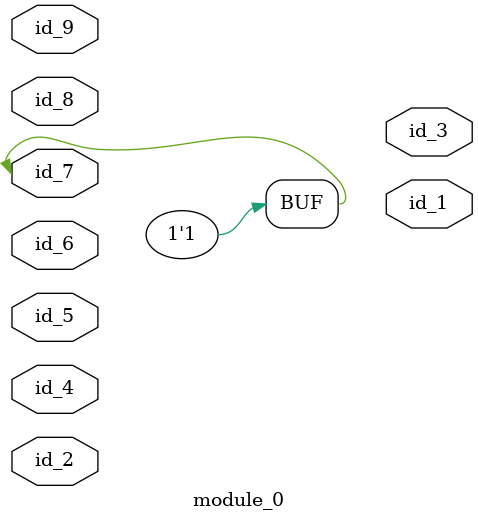
<source format=v>
module module_0 (
    id_1,
    id_2,
    id_3,
    id_4,
    id_5,
    id_6,
    id_7,
    id_8,
    id_9
);
  inout id_9;
  input id_8;
  inout id_7;
  input id_6;
  input id_5;
  input id_4;
  output id_3;
  inout id_2;
  output id_1;
  assign id_7 = 1;
endmodule

</source>
